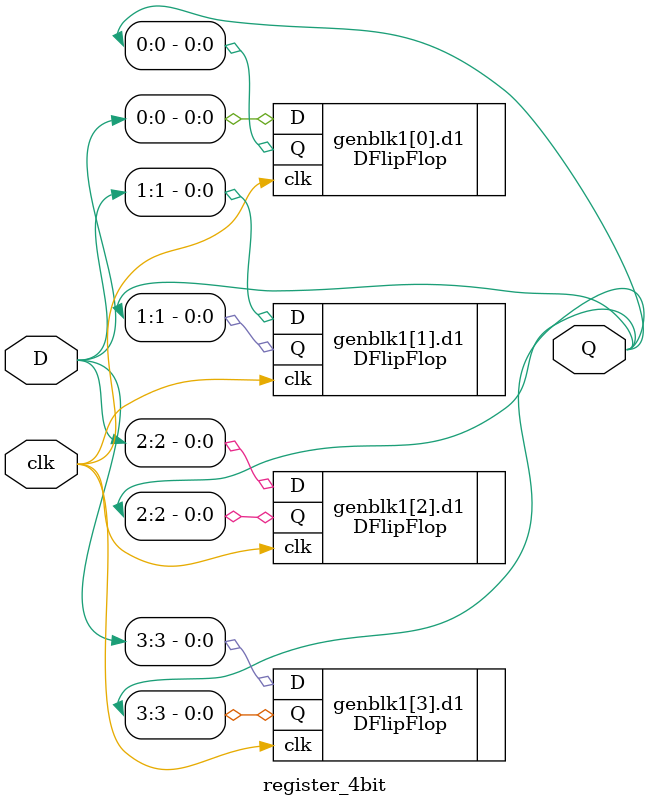
<source format=v>
module register_4bit ( D,clk,Q);

input [3:0]D;
input clk;
output [3:0]Q;

genvar i;
generate 

for(i=0;i<4;i=i+1)

begin

DFlipFlop d1 ( .D(D[i]) , .clk(clk) , .Q(Q[i]) );

end 

endgenerate

endmodule

</source>
